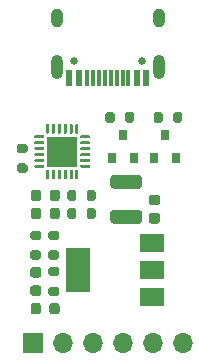
<source format=gbr>
%TF.GenerationSoftware,KiCad,Pcbnew,(5.1.9)-1*%
%TF.CreationDate,2021-05-04T17:18:08+07:00*%
%TF.ProjectId,usb_debug,7573625f-6465-4627-9567-2e6b69636164,rev?*%
%TF.SameCoordinates,Original*%
%TF.FileFunction,Soldermask,Top*%
%TF.FilePolarity,Negative*%
%FSLAX46Y46*%
G04 Gerber Fmt 4.6, Leading zero omitted, Abs format (unit mm)*
G04 Created by KiCad (PCBNEW (5.1.9)-1) date 2021-05-04 17:18:08*
%MOMM*%
%LPD*%
G01*
G04 APERTURE LIST*
%ADD10R,2.600000X2.600000*%
%ADD11R,2.000000X1.500000*%
%ADD12R,2.000000X3.800000*%
%ADD13R,0.800000X0.900000*%
%ADD14O,1.700000X1.700000*%
%ADD15R,1.700000X1.700000*%
%ADD16R,0.600000X1.450000*%
%ADD17R,0.300000X1.450000*%
%ADD18O,1.000000X2.100000*%
%ADD19C,0.650000*%
%ADD20O,1.000000X1.600000*%
G04 APERTURE END LIST*
%TO.C,D3*%
G36*
G01*
X92577500Y-75436250D02*
X92577500Y-74923750D01*
G75*
G02*
X92796250Y-74705000I218750J0D01*
G01*
X93233750Y-74705000D01*
G75*
G02*
X93452500Y-74923750I0J-218750D01*
G01*
X93452500Y-75436250D01*
G75*
G02*
X93233750Y-75655000I-218750J0D01*
G01*
X92796250Y-75655000D01*
G75*
G02*
X92577500Y-75436250I0J218750D01*
G01*
G37*
G36*
G01*
X91002500Y-75436250D02*
X91002500Y-74923750D01*
G75*
G02*
X91221250Y-74705000I218750J0D01*
G01*
X91658750Y-74705000D01*
G75*
G02*
X91877500Y-74923750I0J-218750D01*
G01*
X91877500Y-75436250D01*
G75*
G02*
X91658750Y-75655000I-218750J0D01*
G01*
X91221250Y-75655000D01*
G75*
G02*
X91002500Y-75436250I0J218750D01*
G01*
G37*
%TD*%
%TO.C,D2*%
G36*
G01*
X91907500Y-66873750D02*
X91907500Y-67386250D01*
G75*
G02*
X91688750Y-67605000I-218750J0D01*
G01*
X91251250Y-67605000D01*
G75*
G02*
X91032500Y-67386250I0J218750D01*
G01*
X91032500Y-66873750D01*
G75*
G02*
X91251250Y-66655000I218750J0D01*
G01*
X91688750Y-66655000D01*
G75*
G02*
X91907500Y-66873750I0J-218750D01*
G01*
G37*
G36*
G01*
X93482500Y-66873750D02*
X93482500Y-67386250D01*
G75*
G02*
X93263750Y-67605000I-218750J0D01*
G01*
X92826250Y-67605000D01*
G75*
G02*
X92607500Y-67386250I0J218750D01*
G01*
X92607500Y-66873750D01*
G75*
G02*
X92826250Y-66655000I218750J0D01*
G01*
X93263750Y-66655000D01*
G75*
G02*
X93482500Y-66873750I0J-218750D01*
G01*
G37*
%TD*%
%TO.C,D1*%
G36*
G01*
X91910000Y-65343750D02*
X91910000Y-65856250D01*
G75*
G02*
X91691250Y-66075000I-218750J0D01*
G01*
X91253750Y-66075000D01*
G75*
G02*
X91035000Y-65856250I0J218750D01*
G01*
X91035000Y-65343750D01*
G75*
G02*
X91253750Y-65125000I218750J0D01*
G01*
X91691250Y-65125000D01*
G75*
G02*
X91910000Y-65343750I0J-218750D01*
G01*
G37*
G36*
G01*
X93485000Y-65343750D02*
X93485000Y-65856250D01*
G75*
G02*
X93266250Y-66075000I-218750J0D01*
G01*
X92828750Y-66075000D01*
G75*
G02*
X92610000Y-65856250I0J218750D01*
G01*
X92610000Y-65343750D01*
G75*
G02*
X92828750Y-65125000I218750J0D01*
G01*
X93266250Y-65125000D01*
G75*
G02*
X93485000Y-65343750I0J-218750D01*
G01*
G37*
%TD*%
D10*
%TO.C,U2*%
X93680000Y-61890000D03*
G36*
G01*
X95055000Y-63477500D02*
X95055000Y-64177500D01*
G75*
G02*
X94992500Y-64240000I-62500J0D01*
G01*
X94867500Y-64240000D01*
G75*
G02*
X94805000Y-64177500I0J62500D01*
G01*
X94805000Y-63477500D01*
G75*
G02*
X94867500Y-63415000I62500J0D01*
G01*
X94992500Y-63415000D01*
G75*
G02*
X95055000Y-63477500I0J-62500D01*
G01*
G37*
G36*
G01*
X94555000Y-63477500D02*
X94555000Y-64177500D01*
G75*
G02*
X94492500Y-64240000I-62500J0D01*
G01*
X94367500Y-64240000D01*
G75*
G02*
X94305000Y-64177500I0J62500D01*
G01*
X94305000Y-63477500D01*
G75*
G02*
X94367500Y-63415000I62500J0D01*
G01*
X94492500Y-63415000D01*
G75*
G02*
X94555000Y-63477500I0J-62500D01*
G01*
G37*
G36*
G01*
X94055000Y-63477500D02*
X94055000Y-64177500D01*
G75*
G02*
X93992500Y-64240000I-62500J0D01*
G01*
X93867500Y-64240000D01*
G75*
G02*
X93805000Y-64177500I0J62500D01*
G01*
X93805000Y-63477500D01*
G75*
G02*
X93867500Y-63415000I62500J0D01*
G01*
X93992500Y-63415000D01*
G75*
G02*
X94055000Y-63477500I0J-62500D01*
G01*
G37*
G36*
G01*
X93555000Y-63477500D02*
X93555000Y-64177500D01*
G75*
G02*
X93492500Y-64240000I-62500J0D01*
G01*
X93367500Y-64240000D01*
G75*
G02*
X93305000Y-64177500I0J62500D01*
G01*
X93305000Y-63477500D01*
G75*
G02*
X93367500Y-63415000I62500J0D01*
G01*
X93492500Y-63415000D01*
G75*
G02*
X93555000Y-63477500I0J-62500D01*
G01*
G37*
G36*
G01*
X93055000Y-63477500D02*
X93055000Y-64177500D01*
G75*
G02*
X92992500Y-64240000I-62500J0D01*
G01*
X92867500Y-64240000D01*
G75*
G02*
X92805000Y-64177500I0J62500D01*
G01*
X92805000Y-63477500D01*
G75*
G02*
X92867500Y-63415000I62500J0D01*
G01*
X92992500Y-63415000D01*
G75*
G02*
X93055000Y-63477500I0J-62500D01*
G01*
G37*
G36*
G01*
X92555000Y-63477500D02*
X92555000Y-64177500D01*
G75*
G02*
X92492500Y-64240000I-62500J0D01*
G01*
X92367500Y-64240000D01*
G75*
G02*
X92305000Y-64177500I0J62500D01*
G01*
X92305000Y-63477500D01*
G75*
G02*
X92367500Y-63415000I62500J0D01*
G01*
X92492500Y-63415000D01*
G75*
G02*
X92555000Y-63477500I0J-62500D01*
G01*
G37*
G36*
G01*
X92155000Y-63077500D02*
X92155000Y-63202500D01*
G75*
G02*
X92092500Y-63265000I-62500J0D01*
G01*
X91392500Y-63265000D01*
G75*
G02*
X91330000Y-63202500I0J62500D01*
G01*
X91330000Y-63077500D01*
G75*
G02*
X91392500Y-63015000I62500J0D01*
G01*
X92092500Y-63015000D01*
G75*
G02*
X92155000Y-63077500I0J-62500D01*
G01*
G37*
G36*
G01*
X92155000Y-62577500D02*
X92155000Y-62702500D01*
G75*
G02*
X92092500Y-62765000I-62500J0D01*
G01*
X91392500Y-62765000D01*
G75*
G02*
X91330000Y-62702500I0J62500D01*
G01*
X91330000Y-62577500D01*
G75*
G02*
X91392500Y-62515000I62500J0D01*
G01*
X92092500Y-62515000D01*
G75*
G02*
X92155000Y-62577500I0J-62500D01*
G01*
G37*
G36*
G01*
X92155000Y-62077500D02*
X92155000Y-62202500D01*
G75*
G02*
X92092500Y-62265000I-62500J0D01*
G01*
X91392500Y-62265000D01*
G75*
G02*
X91330000Y-62202500I0J62500D01*
G01*
X91330000Y-62077500D01*
G75*
G02*
X91392500Y-62015000I62500J0D01*
G01*
X92092500Y-62015000D01*
G75*
G02*
X92155000Y-62077500I0J-62500D01*
G01*
G37*
G36*
G01*
X92155000Y-61577500D02*
X92155000Y-61702500D01*
G75*
G02*
X92092500Y-61765000I-62500J0D01*
G01*
X91392500Y-61765000D01*
G75*
G02*
X91330000Y-61702500I0J62500D01*
G01*
X91330000Y-61577500D01*
G75*
G02*
X91392500Y-61515000I62500J0D01*
G01*
X92092500Y-61515000D01*
G75*
G02*
X92155000Y-61577500I0J-62500D01*
G01*
G37*
G36*
G01*
X92155000Y-61077500D02*
X92155000Y-61202500D01*
G75*
G02*
X92092500Y-61265000I-62500J0D01*
G01*
X91392500Y-61265000D01*
G75*
G02*
X91330000Y-61202500I0J62500D01*
G01*
X91330000Y-61077500D01*
G75*
G02*
X91392500Y-61015000I62500J0D01*
G01*
X92092500Y-61015000D01*
G75*
G02*
X92155000Y-61077500I0J-62500D01*
G01*
G37*
G36*
G01*
X92155000Y-60577500D02*
X92155000Y-60702500D01*
G75*
G02*
X92092500Y-60765000I-62500J0D01*
G01*
X91392500Y-60765000D01*
G75*
G02*
X91330000Y-60702500I0J62500D01*
G01*
X91330000Y-60577500D01*
G75*
G02*
X91392500Y-60515000I62500J0D01*
G01*
X92092500Y-60515000D01*
G75*
G02*
X92155000Y-60577500I0J-62500D01*
G01*
G37*
G36*
G01*
X92555000Y-59602500D02*
X92555000Y-60302500D01*
G75*
G02*
X92492500Y-60365000I-62500J0D01*
G01*
X92367500Y-60365000D01*
G75*
G02*
X92305000Y-60302500I0J62500D01*
G01*
X92305000Y-59602500D01*
G75*
G02*
X92367500Y-59540000I62500J0D01*
G01*
X92492500Y-59540000D01*
G75*
G02*
X92555000Y-59602500I0J-62500D01*
G01*
G37*
G36*
G01*
X93055000Y-59602500D02*
X93055000Y-60302500D01*
G75*
G02*
X92992500Y-60365000I-62500J0D01*
G01*
X92867500Y-60365000D01*
G75*
G02*
X92805000Y-60302500I0J62500D01*
G01*
X92805000Y-59602500D01*
G75*
G02*
X92867500Y-59540000I62500J0D01*
G01*
X92992500Y-59540000D01*
G75*
G02*
X93055000Y-59602500I0J-62500D01*
G01*
G37*
G36*
G01*
X93555000Y-59602500D02*
X93555000Y-60302500D01*
G75*
G02*
X93492500Y-60365000I-62500J0D01*
G01*
X93367500Y-60365000D01*
G75*
G02*
X93305000Y-60302500I0J62500D01*
G01*
X93305000Y-59602500D01*
G75*
G02*
X93367500Y-59540000I62500J0D01*
G01*
X93492500Y-59540000D01*
G75*
G02*
X93555000Y-59602500I0J-62500D01*
G01*
G37*
G36*
G01*
X94055000Y-59602500D02*
X94055000Y-60302500D01*
G75*
G02*
X93992500Y-60365000I-62500J0D01*
G01*
X93867500Y-60365000D01*
G75*
G02*
X93805000Y-60302500I0J62500D01*
G01*
X93805000Y-59602500D01*
G75*
G02*
X93867500Y-59540000I62500J0D01*
G01*
X93992500Y-59540000D01*
G75*
G02*
X94055000Y-59602500I0J-62500D01*
G01*
G37*
G36*
G01*
X94555000Y-59602500D02*
X94555000Y-60302500D01*
G75*
G02*
X94492500Y-60365000I-62500J0D01*
G01*
X94367500Y-60365000D01*
G75*
G02*
X94305000Y-60302500I0J62500D01*
G01*
X94305000Y-59602500D01*
G75*
G02*
X94367500Y-59540000I62500J0D01*
G01*
X94492500Y-59540000D01*
G75*
G02*
X94555000Y-59602500I0J-62500D01*
G01*
G37*
G36*
G01*
X95055000Y-59602500D02*
X95055000Y-60302500D01*
G75*
G02*
X94992500Y-60365000I-62500J0D01*
G01*
X94867500Y-60365000D01*
G75*
G02*
X94805000Y-60302500I0J62500D01*
G01*
X94805000Y-59602500D01*
G75*
G02*
X94867500Y-59540000I62500J0D01*
G01*
X94992500Y-59540000D01*
G75*
G02*
X95055000Y-59602500I0J-62500D01*
G01*
G37*
G36*
G01*
X96030000Y-60577500D02*
X96030000Y-60702500D01*
G75*
G02*
X95967500Y-60765000I-62500J0D01*
G01*
X95267500Y-60765000D01*
G75*
G02*
X95205000Y-60702500I0J62500D01*
G01*
X95205000Y-60577500D01*
G75*
G02*
X95267500Y-60515000I62500J0D01*
G01*
X95967500Y-60515000D01*
G75*
G02*
X96030000Y-60577500I0J-62500D01*
G01*
G37*
G36*
G01*
X96030000Y-61077500D02*
X96030000Y-61202500D01*
G75*
G02*
X95967500Y-61265000I-62500J0D01*
G01*
X95267500Y-61265000D01*
G75*
G02*
X95205000Y-61202500I0J62500D01*
G01*
X95205000Y-61077500D01*
G75*
G02*
X95267500Y-61015000I62500J0D01*
G01*
X95967500Y-61015000D01*
G75*
G02*
X96030000Y-61077500I0J-62500D01*
G01*
G37*
G36*
G01*
X96030000Y-61577500D02*
X96030000Y-61702500D01*
G75*
G02*
X95967500Y-61765000I-62500J0D01*
G01*
X95267500Y-61765000D01*
G75*
G02*
X95205000Y-61702500I0J62500D01*
G01*
X95205000Y-61577500D01*
G75*
G02*
X95267500Y-61515000I62500J0D01*
G01*
X95967500Y-61515000D01*
G75*
G02*
X96030000Y-61577500I0J-62500D01*
G01*
G37*
G36*
G01*
X96030000Y-62077500D02*
X96030000Y-62202500D01*
G75*
G02*
X95967500Y-62265000I-62500J0D01*
G01*
X95267500Y-62265000D01*
G75*
G02*
X95205000Y-62202500I0J62500D01*
G01*
X95205000Y-62077500D01*
G75*
G02*
X95267500Y-62015000I62500J0D01*
G01*
X95967500Y-62015000D01*
G75*
G02*
X96030000Y-62077500I0J-62500D01*
G01*
G37*
G36*
G01*
X96030000Y-62577500D02*
X96030000Y-62702500D01*
G75*
G02*
X95967500Y-62765000I-62500J0D01*
G01*
X95267500Y-62765000D01*
G75*
G02*
X95205000Y-62702500I0J62500D01*
G01*
X95205000Y-62577500D01*
G75*
G02*
X95267500Y-62515000I62500J0D01*
G01*
X95967500Y-62515000D01*
G75*
G02*
X96030000Y-62577500I0J-62500D01*
G01*
G37*
G36*
G01*
X96030000Y-63077500D02*
X96030000Y-63202500D01*
G75*
G02*
X95967500Y-63265000I-62500J0D01*
G01*
X95267500Y-63265000D01*
G75*
G02*
X95205000Y-63202500I0J62500D01*
G01*
X95205000Y-63077500D01*
G75*
G02*
X95267500Y-63015000I62500J0D01*
G01*
X95967500Y-63015000D01*
G75*
G02*
X96030000Y-63077500I0J-62500D01*
G01*
G37*
%TD*%
D11*
%TO.C,U1*%
X101320000Y-74240000D03*
X101320000Y-69640000D03*
X101320000Y-71940000D03*
D12*
X95020000Y-71940000D03*
%TD*%
%TO.C,R8*%
G36*
G01*
X103060000Y-59255000D02*
X103060000Y-58705000D01*
G75*
G02*
X103260000Y-58505000I200000J0D01*
G01*
X103660000Y-58505000D01*
G75*
G02*
X103860000Y-58705000I0J-200000D01*
G01*
X103860000Y-59255000D01*
G75*
G02*
X103660000Y-59455000I-200000J0D01*
G01*
X103260000Y-59455000D01*
G75*
G02*
X103060000Y-59255000I0J200000D01*
G01*
G37*
G36*
G01*
X101410000Y-59255000D02*
X101410000Y-58705000D01*
G75*
G02*
X101610000Y-58505000I200000J0D01*
G01*
X102010000Y-58505000D01*
G75*
G02*
X102210000Y-58705000I0J-200000D01*
G01*
X102210000Y-59255000D01*
G75*
G02*
X102010000Y-59455000I-200000J0D01*
G01*
X101610000Y-59455000D01*
G75*
G02*
X101410000Y-59255000I0J200000D01*
G01*
G37*
%TD*%
%TO.C,R7*%
G36*
G01*
X98130000Y-58695000D02*
X98130000Y-59245000D01*
G75*
G02*
X97930000Y-59445000I-200000J0D01*
G01*
X97530000Y-59445000D01*
G75*
G02*
X97330000Y-59245000I0J200000D01*
G01*
X97330000Y-58695000D01*
G75*
G02*
X97530000Y-58495000I200000J0D01*
G01*
X97930000Y-58495000D01*
G75*
G02*
X98130000Y-58695000I0J-200000D01*
G01*
G37*
G36*
G01*
X99780000Y-58695000D02*
X99780000Y-59245000D01*
G75*
G02*
X99580000Y-59445000I-200000J0D01*
G01*
X99180000Y-59445000D01*
G75*
G02*
X98980000Y-59245000I0J200000D01*
G01*
X98980000Y-58695000D01*
G75*
G02*
X99180000Y-58495000I200000J0D01*
G01*
X99580000Y-58495000D01*
G75*
G02*
X99780000Y-58695000I0J-200000D01*
G01*
G37*
%TD*%
%TO.C,R6*%
G36*
G01*
X93245000Y-72460000D02*
X92695000Y-72460000D01*
G75*
G02*
X92495000Y-72260000I0J200000D01*
G01*
X92495000Y-71860000D01*
G75*
G02*
X92695000Y-71660000I200000J0D01*
G01*
X93245000Y-71660000D01*
G75*
G02*
X93445000Y-71860000I0J-200000D01*
G01*
X93445000Y-72260000D01*
G75*
G02*
X93245000Y-72460000I-200000J0D01*
G01*
G37*
G36*
G01*
X93245000Y-74110000D02*
X92695000Y-74110000D01*
G75*
G02*
X92495000Y-73910000I0J200000D01*
G01*
X92495000Y-73510000D01*
G75*
G02*
X92695000Y-73310000I200000J0D01*
G01*
X93245000Y-73310000D01*
G75*
G02*
X93445000Y-73510000I0J-200000D01*
G01*
X93445000Y-73910000D01*
G75*
G02*
X93245000Y-74110000I-200000J0D01*
G01*
G37*
%TD*%
%TO.C,R5*%
G36*
G01*
X90015000Y-62890000D02*
X90565000Y-62890000D01*
G75*
G02*
X90765000Y-63090000I0J-200000D01*
G01*
X90765000Y-63490000D01*
G75*
G02*
X90565000Y-63690000I-200000J0D01*
G01*
X90015000Y-63690000D01*
G75*
G02*
X89815000Y-63490000I0J200000D01*
G01*
X89815000Y-63090000D01*
G75*
G02*
X90015000Y-62890000I200000J0D01*
G01*
G37*
G36*
G01*
X90015000Y-61240000D02*
X90565000Y-61240000D01*
G75*
G02*
X90765000Y-61440000I0J-200000D01*
G01*
X90765000Y-61840000D01*
G75*
G02*
X90565000Y-62040000I-200000J0D01*
G01*
X90015000Y-62040000D01*
G75*
G02*
X89815000Y-61840000I0J200000D01*
G01*
X89815000Y-61440000D01*
G75*
G02*
X90015000Y-61240000I200000J0D01*
G01*
G37*
%TD*%
%TO.C,R4*%
G36*
G01*
X94890000Y-65315000D02*
X94890000Y-65865000D01*
G75*
G02*
X94690000Y-66065000I-200000J0D01*
G01*
X94290000Y-66065000D01*
G75*
G02*
X94090000Y-65865000I0J200000D01*
G01*
X94090000Y-65315000D01*
G75*
G02*
X94290000Y-65115000I200000J0D01*
G01*
X94690000Y-65115000D01*
G75*
G02*
X94890000Y-65315000I0J-200000D01*
G01*
G37*
G36*
G01*
X96540000Y-65315000D02*
X96540000Y-65865000D01*
G75*
G02*
X96340000Y-66065000I-200000J0D01*
G01*
X95940000Y-66065000D01*
G75*
G02*
X95740000Y-65865000I0J200000D01*
G01*
X95740000Y-65315000D01*
G75*
G02*
X95940000Y-65115000I200000J0D01*
G01*
X96340000Y-65115000D01*
G75*
G02*
X96540000Y-65315000I0J-200000D01*
G01*
G37*
%TD*%
%TO.C,R3*%
G36*
G01*
X95740000Y-67405000D02*
X95740000Y-66855000D01*
G75*
G02*
X95940000Y-66655000I200000J0D01*
G01*
X96340000Y-66655000D01*
G75*
G02*
X96540000Y-66855000I0J-200000D01*
G01*
X96540000Y-67405000D01*
G75*
G02*
X96340000Y-67605000I-200000J0D01*
G01*
X95940000Y-67605000D01*
G75*
G02*
X95740000Y-67405000I0J200000D01*
G01*
G37*
G36*
G01*
X94090000Y-67405000D02*
X94090000Y-66855000D01*
G75*
G02*
X94290000Y-66655000I200000J0D01*
G01*
X94690000Y-66655000D01*
G75*
G02*
X94890000Y-66855000I0J-200000D01*
G01*
X94890000Y-67405000D01*
G75*
G02*
X94690000Y-67605000I-200000J0D01*
G01*
X94290000Y-67605000D01*
G75*
G02*
X94090000Y-67405000I0J200000D01*
G01*
G37*
%TD*%
%TO.C,R2*%
G36*
G01*
X93245000Y-69400000D02*
X92695000Y-69400000D01*
G75*
G02*
X92495000Y-69200000I0J200000D01*
G01*
X92495000Y-68800000D01*
G75*
G02*
X92695000Y-68600000I200000J0D01*
G01*
X93245000Y-68600000D01*
G75*
G02*
X93445000Y-68800000I0J-200000D01*
G01*
X93445000Y-69200000D01*
G75*
G02*
X93245000Y-69400000I-200000J0D01*
G01*
G37*
G36*
G01*
X93245000Y-71050000D02*
X92695000Y-71050000D01*
G75*
G02*
X92495000Y-70850000I0J200000D01*
G01*
X92495000Y-70450000D01*
G75*
G02*
X92695000Y-70250000I200000J0D01*
G01*
X93245000Y-70250000D01*
G75*
G02*
X93445000Y-70450000I0J-200000D01*
G01*
X93445000Y-70850000D01*
G75*
G02*
X93245000Y-71050000I-200000J0D01*
G01*
G37*
%TD*%
%TO.C,R1*%
G36*
G01*
X91715000Y-69400000D02*
X91165000Y-69400000D01*
G75*
G02*
X90965000Y-69200000I0J200000D01*
G01*
X90965000Y-68800000D01*
G75*
G02*
X91165000Y-68600000I200000J0D01*
G01*
X91715000Y-68600000D01*
G75*
G02*
X91915000Y-68800000I0J-200000D01*
G01*
X91915000Y-69200000D01*
G75*
G02*
X91715000Y-69400000I-200000J0D01*
G01*
G37*
G36*
G01*
X91715000Y-71050000D02*
X91165000Y-71050000D01*
G75*
G02*
X90965000Y-70850000I0J200000D01*
G01*
X90965000Y-70450000D01*
G75*
G02*
X91165000Y-70250000I200000J0D01*
G01*
X91715000Y-70250000D01*
G75*
G02*
X91915000Y-70450000I0J-200000D01*
G01*
X91915000Y-70850000D01*
G75*
G02*
X91715000Y-71050000I-200000J0D01*
G01*
G37*
%TD*%
D13*
%TO.C,Q2*%
X102390000Y-60470000D03*
X103340000Y-62470000D03*
X101440000Y-62470000D03*
%TD*%
%TO.C,Q1*%
X98820000Y-60470000D03*
X99770000Y-62470000D03*
X97870000Y-62470000D03*
%TD*%
D14*
%TO.C,J2*%
X103890000Y-78120000D03*
X101350000Y-78120000D03*
X98810000Y-78120000D03*
X96270000Y-78120000D03*
X93730000Y-78120000D03*
D15*
X91190000Y-78120000D03*
%TD*%
D16*
%TO.C,J1*%
X94290000Y-55645000D03*
X95090000Y-55645000D03*
X99990000Y-55645000D03*
X100790000Y-55645000D03*
X100790000Y-55645000D03*
X99990000Y-55645000D03*
X95090000Y-55645000D03*
X94290000Y-55645000D03*
D17*
X99290000Y-55645000D03*
X98790000Y-55645000D03*
X98290000Y-55645000D03*
X97290000Y-55645000D03*
X96790000Y-55645000D03*
X96290000Y-55645000D03*
X95790000Y-55645000D03*
X97790000Y-55645000D03*
D18*
X93220000Y-54730000D03*
X101860000Y-54730000D03*
D19*
X100430000Y-54200000D03*
D20*
X101860000Y-50550000D03*
D19*
X94650000Y-54200000D03*
D20*
X93220000Y-50550000D03*
%TD*%
%TO.C,C3*%
G36*
G01*
X91200000Y-73210000D02*
X91700000Y-73210000D01*
G75*
G02*
X91925000Y-73435000I0J-225000D01*
G01*
X91925000Y-73885000D01*
G75*
G02*
X91700000Y-74110000I-225000J0D01*
G01*
X91200000Y-74110000D01*
G75*
G02*
X90975000Y-73885000I0J225000D01*
G01*
X90975000Y-73435000D01*
G75*
G02*
X91200000Y-73210000I225000J0D01*
G01*
G37*
G36*
G01*
X91200000Y-71660000D02*
X91700000Y-71660000D01*
G75*
G02*
X91925000Y-71885000I0J-225000D01*
G01*
X91925000Y-72335000D01*
G75*
G02*
X91700000Y-72560000I-225000J0D01*
G01*
X91200000Y-72560000D01*
G75*
G02*
X90975000Y-72335000I0J225000D01*
G01*
X90975000Y-71885000D01*
G75*
G02*
X91200000Y-71660000I225000J0D01*
G01*
G37*
%TD*%
%TO.C,C2*%
G36*
G01*
X101740000Y-66430000D02*
X101240000Y-66430000D01*
G75*
G02*
X101015000Y-66205000I0J225000D01*
G01*
X101015000Y-65755000D01*
G75*
G02*
X101240000Y-65530000I225000J0D01*
G01*
X101740000Y-65530000D01*
G75*
G02*
X101965000Y-65755000I0J-225000D01*
G01*
X101965000Y-66205000D01*
G75*
G02*
X101740000Y-66430000I-225000J0D01*
G01*
G37*
G36*
G01*
X101740000Y-67980000D02*
X101240000Y-67980000D01*
G75*
G02*
X101015000Y-67755000I0J225000D01*
G01*
X101015000Y-67305000D01*
G75*
G02*
X101240000Y-67080000I225000J0D01*
G01*
X101740000Y-67080000D01*
G75*
G02*
X101965000Y-67305000I0J-225000D01*
G01*
X101965000Y-67755000D01*
G75*
G02*
X101740000Y-67980000I-225000J0D01*
G01*
G37*
%TD*%
%TO.C,C1*%
G36*
G01*
X97999999Y-66835000D02*
X100200001Y-66835000D01*
G75*
G02*
X100450000Y-67084999I0J-249999D01*
G01*
X100450000Y-67735001D01*
G75*
G02*
X100200001Y-67985000I-249999J0D01*
G01*
X97999999Y-67985000D01*
G75*
G02*
X97750000Y-67735001I0J249999D01*
G01*
X97750000Y-67084999D01*
G75*
G02*
X97999999Y-66835000I249999J0D01*
G01*
G37*
G36*
G01*
X97999999Y-63885000D02*
X100200001Y-63885000D01*
G75*
G02*
X100450000Y-64134999I0J-249999D01*
G01*
X100450000Y-64785001D01*
G75*
G02*
X100200001Y-65035000I-249999J0D01*
G01*
X97999999Y-65035000D01*
G75*
G02*
X97750000Y-64785001I0J249999D01*
G01*
X97750000Y-64134999D01*
G75*
G02*
X97999999Y-63885000I249999J0D01*
G01*
G37*
%TD*%
M02*

</source>
